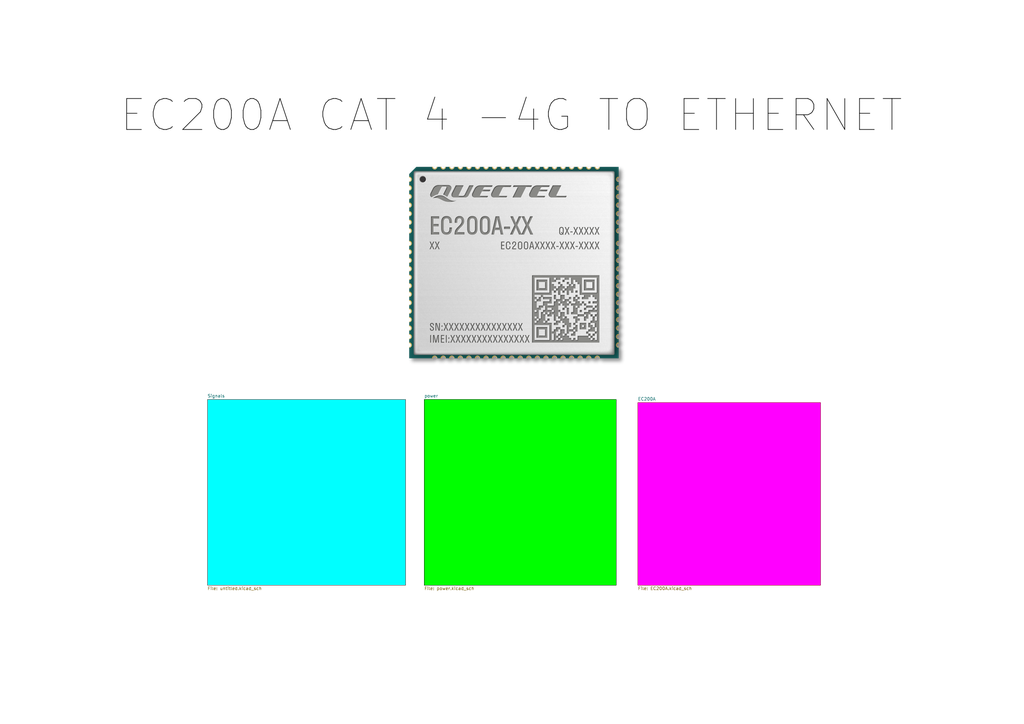
<source format=kicad_sch>
(kicad_sch (version 20250114) (generator "eeschema") (generator_version "9.0")
  (paper "A3")
  (title_block (title "Edgehax 4G to Eth") (date "2025-08-23") (rev "V2") (company "Edgehax") (comment 2 "Varshini CB"))
  (lib_symbols)
  (text "EC200A CAT 4 -4G TO ETHERNET" (at 209.804 47.498 0) (effects (font (size 12.7 12.7) (thickness 0.254) (bold yes))))
  (image (at 210.82 107.95) (scale 0.949789))
  (sheet (at 261.62 165.1) (size 74.93 74.93) (stroke (width 0.1524)) (fill (color 255 0 255 1.0000))
    (property "Sheetname" "EC200A" (at 261.62 164.3884 0) (effects (justify left bottom)))
    (property "Sheetfile" "EC200A.kicad_sch" (at 261.62 240.6146 0) (effects (justify left top)))
  )
  (sheet (at 173.99 163.83) (size 78.74 76.2) (stroke (width 0.1524) (color 0 0 0 1)) (fill (color 0 255 0 1.0000))
    (property "Sheetname" "power" (at 173.99 163.1184 0) (effects (justify left bottom)))
    (property "Sheetfile" "power.kicad_sch" (at 173.99 240.6146 0) (effects (justify left top)))
  )
  (sheet (at 85.09 163.83) (size 81.28 76.2) (stroke (width 0.1524)) (fill (color 0 255 255 1.0000))
    (property "Sheetname" "Signals" (at 85.09 163.1184 0) (effects (justify left bottom)))
    (property "Sheetfile" "untitled.kicad_sch" (at 85.09 240.6146 0) (effects (justify left top)))
  )
)
</source>
